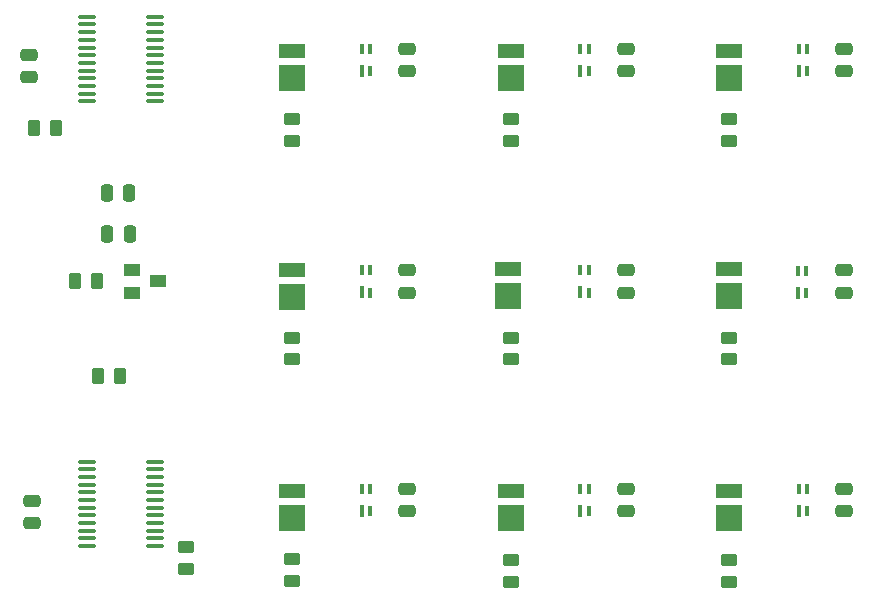
<source format=gbr>
G04 #@! TF.GenerationSoftware,KiCad,Pcbnew,8.0.0*
G04 #@! TF.CreationDate,2025-07-03T23:16:26-06:00*
G04 #@! TF.ProjectId,Color Sensor,436f6c6f-7220-4536-956e-736f722e6b69,rev?*
G04 #@! TF.SameCoordinates,Original*
G04 #@! TF.FileFunction,Paste,Top*
G04 #@! TF.FilePolarity,Positive*
%FSLAX46Y46*%
G04 Gerber Fmt 4.6, Leading zero omitted, Abs format (unit mm)*
G04 Created by KiCad (PCBNEW 8.0.0) date 2025-07-03 23:16:26*
%MOMM*%
%LPD*%
G01*
G04 APERTURE LIST*
G04 Aperture macros list*
%AMRoundRect*
0 Rectangle with rounded corners*
0 $1 Rounding radius*
0 $2 $3 $4 $5 $6 $7 $8 $9 X,Y pos of 4 corners*
0 Add a 4 corners polygon primitive as box body*
4,1,4,$2,$3,$4,$5,$6,$7,$8,$9,$2,$3,0*
0 Add four circle primitives for the rounded corners*
1,1,$1+$1,$2,$3*
1,1,$1+$1,$4,$5*
1,1,$1+$1,$6,$7*
1,1,$1+$1,$8,$9*
0 Add four rect primitives between the rounded corners*
20,1,$1+$1,$2,$3,$4,$5,0*
20,1,$1+$1,$4,$5,$6,$7,0*
20,1,$1+$1,$6,$7,$8,$9,0*
20,1,$1+$1,$8,$9,$2,$3,0*%
G04 Aperture macros list end*
%ADD10R,0.350000X0.900000*%
%ADD11R,0.350000X1.000000*%
%ADD12R,2.200000X2.200000*%
%ADD13R,2.200000X1.250000*%
%ADD14RoundRect,0.250000X-0.475000X0.250000X-0.475000X-0.250000X0.475000X-0.250000X0.475000X0.250000X0*%
%ADD15RoundRect,0.250000X-0.450000X0.262500X-0.450000X-0.262500X0.450000X-0.262500X0.450000X0.262500X0*%
%ADD16RoundRect,0.250000X-0.250000X-0.475000X0.250000X-0.475000X0.250000X0.475000X-0.250000X0.475000X0*%
%ADD17RoundRect,0.100000X0.637500X0.100000X-0.637500X0.100000X-0.637500X-0.100000X0.637500X-0.100000X0*%
%ADD18RoundRect,0.250000X0.262500X0.450000X-0.262500X0.450000X-0.262500X-0.450000X0.262500X-0.450000X0*%
%ADD19R,1.400000X1.000000*%
%ADD20RoundRect,0.250000X-0.262500X-0.450000X0.262500X-0.450000X0.262500X0.450000X-0.262500X0.450000X0*%
G04 APERTURE END LIST*
D10*
X151000000Y-70050000D03*
X150300000Y-70050000D03*
D11*
X150300000Y-71900000D03*
D10*
X151000000Y-71950000D03*
X169500000Y-70050000D03*
X168800000Y-70050000D03*
D11*
X168800000Y-71900000D03*
D10*
X169500000Y-71950000D03*
X132500000Y-88800000D03*
X131800000Y-88800000D03*
D11*
X131800000Y-90650000D03*
D10*
X132500000Y-90700000D03*
X151000000Y-88800000D03*
X150300000Y-88800000D03*
D11*
X150300000Y-90650000D03*
D10*
X151000000Y-90700000D03*
X169400000Y-88850000D03*
X168700000Y-88850000D03*
D11*
X168700000Y-90700000D03*
D10*
X169400000Y-90750000D03*
X132500000Y-107300000D03*
X131800000Y-107300000D03*
D11*
X131800000Y-109150000D03*
D10*
X132500000Y-109200000D03*
X151000000Y-107300000D03*
X150300000Y-107300000D03*
D11*
X150300000Y-109150000D03*
D10*
X151000000Y-109200000D03*
X169500000Y-107300000D03*
X168800000Y-107300000D03*
D11*
X168800000Y-109150000D03*
D10*
X169500000Y-109200000D03*
X132500000Y-70050000D03*
X131800000Y-70050000D03*
D11*
X131800000Y-71900000D03*
D10*
X132500000Y-71950000D03*
D12*
X125900000Y-72500000D03*
D13*
X125900000Y-70225000D03*
D14*
X135650000Y-70050000D03*
X135650000Y-71950000D03*
D15*
X144400000Y-76000000D03*
X144400000Y-77825000D03*
D12*
X144150000Y-91000000D03*
D13*
X144150000Y-88725000D03*
D15*
X125900000Y-94500000D03*
X125900000Y-96325000D03*
X162900000Y-76000000D03*
X162900000Y-77825000D03*
D14*
X135650000Y-109200000D03*
X135650000Y-107300000D03*
X103900000Y-108300000D03*
X103900000Y-110200000D03*
D15*
X144400000Y-113337500D03*
X144400000Y-115162500D03*
D14*
X154150000Y-88800000D03*
X154150000Y-90700000D03*
D15*
X144400000Y-96325000D03*
X144400000Y-94500000D03*
X162900000Y-113337500D03*
X162900000Y-115162500D03*
D12*
X162900000Y-109750000D03*
D13*
X162900000Y-107475000D03*
D12*
X125900000Y-109750000D03*
D13*
X125900000Y-107475000D03*
D12*
X162900000Y-72500000D03*
D13*
X162900000Y-70225000D03*
D14*
X154150000Y-70050000D03*
X154150000Y-71950000D03*
D16*
X110250000Y-85750000D03*
X112150000Y-85750000D03*
D15*
X125900000Y-113250000D03*
X125900000Y-115075000D03*
D12*
X144400000Y-72500000D03*
D13*
X144400000Y-70225000D03*
D17*
X114262500Y-112158333D03*
X114262500Y-111508333D03*
X114262500Y-110858333D03*
X114262500Y-110208333D03*
X114262500Y-109558333D03*
X114262500Y-108908333D03*
X114262500Y-108258333D03*
X114262500Y-107608333D03*
X114262500Y-106958333D03*
X114262500Y-106308333D03*
X114262500Y-105658333D03*
X114262500Y-105008333D03*
X108537500Y-105008333D03*
X108537500Y-105658333D03*
X108537500Y-106308333D03*
X108537500Y-106958333D03*
X108537500Y-107608333D03*
X108537500Y-108258333D03*
X108537500Y-108908333D03*
X108537500Y-109558333D03*
X108537500Y-110208333D03*
X108537500Y-110858333D03*
X108537500Y-111508333D03*
X108537500Y-112158333D03*
D14*
X154150000Y-109200000D03*
X154150000Y-107300000D03*
D16*
X110200000Y-82250000D03*
X112100000Y-82250000D03*
D15*
X125900000Y-76000000D03*
X125900000Y-77825000D03*
D14*
X172650000Y-70050000D03*
X172650000Y-71950000D03*
X172650000Y-88800000D03*
X172650000Y-90700000D03*
X135650000Y-88800000D03*
X135650000Y-90700000D03*
D12*
X162900000Y-91000000D03*
D13*
X162900000Y-88725000D03*
D14*
X172650000Y-107300000D03*
X172650000Y-109200000D03*
D18*
X107537500Y-89750000D03*
X109362500Y-89750000D03*
D15*
X162900000Y-94500000D03*
X162900000Y-96325000D03*
D14*
X103650000Y-70550000D03*
X103650000Y-72450000D03*
D12*
X125900000Y-91025000D03*
D13*
X125900000Y-88750000D03*
D17*
X114262500Y-74491666D03*
X114262500Y-73841666D03*
X114262500Y-73191666D03*
X114262500Y-72541666D03*
X114262500Y-71891666D03*
X114262500Y-71241666D03*
X114262500Y-70591666D03*
X114262500Y-69941666D03*
X114262500Y-69291666D03*
X114262500Y-68641666D03*
X114262500Y-67991666D03*
X114262500Y-67341666D03*
X108537500Y-67341666D03*
X108537500Y-67991666D03*
X108537500Y-68641666D03*
X108537500Y-69291666D03*
X108537500Y-69941666D03*
X108537500Y-70591666D03*
X108537500Y-71241666D03*
X108537500Y-71891666D03*
X108537500Y-72541666D03*
X108537500Y-73191666D03*
X108537500Y-73841666D03*
X108537500Y-74491666D03*
D18*
X111312500Y-97750000D03*
X109487500Y-97750000D03*
D12*
X144400000Y-109750000D03*
D13*
X144400000Y-107475000D03*
D19*
X114550000Y-89750000D03*
X112350000Y-90700000D03*
X112350000Y-88800000D03*
D20*
X104037500Y-76750000D03*
X105862500Y-76750000D03*
D15*
X116950000Y-112237500D03*
X116950000Y-114062500D03*
M02*

</source>
